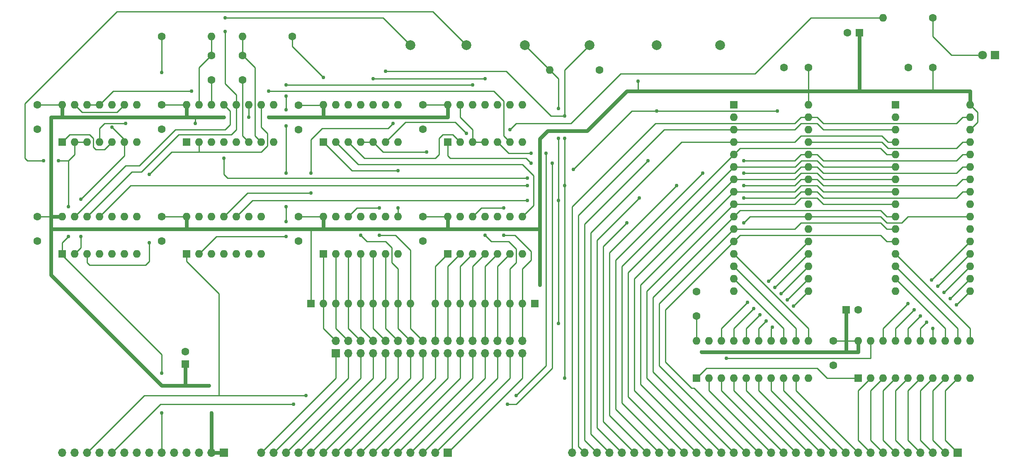
<source format=gtl>
G04 #@! TF.GenerationSoftware,KiCad,Pcbnew,(7.0.0)*
G04 #@! TF.CreationDate,2023-09-24T17:50:24-07:00*
G04 #@! TF.ProjectId,ram,72616d2e-6b69-4636-9164-5f7063625858,rev?*
G04 #@! TF.SameCoordinates,Original*
G04 #@! TF.FileFunction,Copper,L1,Top*
G04 #@! TF.FilePolarity,Positive*
%FSLAX46Y46*%
G04 Gerber Fmt 4.6, Leading zero omitted, Abs format (unit mm)*
G04 Created by KiCad (PCBNEW (7.0.0)) date 2023-09-24 17:50:24*
%MOMM*%
%LPD*%
G01*
G04 APERTURE LIST*
G04 #@! TA.AperFunction,ComponentPad*
%ADD10R,1.600000X1.600000*%
G04 #@! TD*
G04 #@! TA.AperFunction,ComponentPad*
%ADD11O,1.600000X1.600000*%
G04 #@! TD*
G04 #@! TA.AperFunction,ComponentPad*
%ADD12C,1.600000*%
G04 #@! TD*
G04 #@! TA.AperFunction,ComponentPad*
%ADD13R,1.700000X1.700000*%
G04 #@! TD*
G04 #@! TA.AperFunction,ComponentPad*
%ADD14O,1.700000X1.700000*%
G04 #@! TD*
G04 #@! TA.AperFunction,ComponentPad*
%ADD15C,2.000000*%
G04 #@! TD*
G04 #@! TA.AperFunction,ComponentPad*
%ADD16R,1.800000X1.800000*%
G04 #@! TD*
G04 #@! TA.AperFunction,ComponentPad*
%ADD17C,1.800000*%
G04 #@! TD*
G04 #@! TA.AperFunction,ViaPad*
%ADD18C,0.762000*%
G04 #@! TD*
G04 #@! TA.AperFunction,Conductor*
%ADD19C,0.762000*%
G04 #@! TD*
G04 #@! TA.AperFunction,Conductor*
%ADD20C,0.254000*%
G04 #@! TD*
G04 APERTURE END LIST*
D10*
X114299999Y-104139999D03*
D11*
X116839999Y-104139999D03*
X119379999Y-104139999D03*
X121919999Y-104139999D03*
X124459999Y-104139999D03*
X126999999Y-104139999D03*
X129539999Y-104139999D03*
X129539999Y-96519999D03*
X126999999Y-96519999D03*
X124459999Y-96519999D03*
X121919999Y-96519999D03*
X119379999Y-96519999D03*
X116839999Y-96519999D03*
X114299999Y-96519999D03*
D12*
X134620000Y-73660000D03*
X134620000Y-78660000D03*
X208360000Y-66040000D03*
X213360000Y-66040000D03*
X55880000Y-96520000D03*
X55880000Y-101520000D03*
D13*
X139699999Y-144779999D03*
D14*
X137159999Y-144779999D03*
X134619999Y-144779999D03*
X132079999Y-144779999D03*
X129539999Y-144779999D03*
X126999999Y-144779999D03*
X124459999Y-144779999D03*
X121919999Y-144779999D03*
X119379999Y-144779999D03*
X116839999Y-144779999D03*
X114299999Y-144779999D03*
X111759999Y-144779999D03*
X109219999Y-144779999D03*
X106679999Y-144779999D03*
X104139999Y-144779999D03*
X101599999Y-144779999D03*
D10*
X221019999Y-115569999D03*
D12*
X223520000Y-115570000D03*
X170688000Y-66548000D03*
D11*
X160527999Y-66547999D03*
D13*
X93979999Y-144779999D03*
D14*
X91439999Y-144779999D03*
X88899999Y-144779999D03*
X86359999Y-144779999D03*
X83819999Y-144779999D03*
X81279999Y-144779999D03*
X78739999Y-144779999D03*
X76199999Y-144779999D03*
X73659999Y-144779999D03*
X71119999Y-144779999D03*
X68579999Y-144779999D03*
X66039999Y-144779999D03*
X63499999Y-144779999D03*
X60959999Y-144779999D03*
D15*
X143510000Y-61468000D03*
D12*
X109220000Y-96520000D03*
X109220000Y-101520000D03*
D10*
X139699999Y-104139999D03*
D11*
X142239999Y-104139999D03*
X144779999Y-104139999D03*
X147319999Y-104139999D03*
X149859999Y-104139999D03*
X152399999Y-104139999D03*
X154939999Y-104139999D03*
X154939999Y-96519999D03*
X152399999Y-96519999D03*
X149859999Y-96519999D03*
X147319999Y-96519999D03*
X144779999Y-96519999D03*
X142239999Y-96519999D03*
X139699999Y-96519999D03*
D12*
X218440000Y-121920000D03*
X218440000Y-126920000D03*
D10*
X223519999Y-129539999D03*
D11*
X226059999Y-129539999D03*
X228599999Y-129539999D03*
X231139999Y-129539999D03*
X233679999Y-129539999D03*
X236219999Y-129539999D03*
X238759999Y-129539999D03*
X241299999Y-129539999D03*
X243839999Y-129539999D03*
X246379999Y-129539999D03*
X246379999Y-121919999D03*
X243839999Y-121919999D03*
X241299999Y-121919999D03*
X238759999Y-121919999D03*
X236219999Y-121919999D03*
X233679999Y-121919999D03*
X231139999Y-121919999D03*
X228599999Y-121919999D03*
X226059999Y-121919999D03*
X223519999Y-121919999D03*
D15*
X182372000Y-61468000D03*
D12*
X190500000Y-116840000D03*
X190500000Y-111840000D03*
D15*
X155448000Y-61468000D03*
D10*
X198119999Y-73659999D03*
D11*
X198119999Y-76199999D03*
X198119999Y-78739999D03*
X198119999Y-81279999D03*
X198119999Y-83819999D03*
X198119999Y-86359999D03*
X198119999Y-88899999D03*
X198119999Y-91439999D03*
X198119999Y-93979999D03*
X198119999Y-96519999D03*
X198119999Y-99059999D03*
X198119999Y-101599999D03*
X198119999Y-104139999D03*
X198119999Y-106679999D03*
X198119999Y-109219999D03*
X198119999Y-111759999D03*
X213359999Y-111759999D03*
X213359999Y-109219999D03*
X213359999Y-106679999D03*
X213359999Y-104139999D03*
X213359999Y-101599999D03*
X213359999Y-99059999D03*
X213359999Y-96519999D03*
X213359999Y-93979999D03*
X213359999Y-91439999D03*
X213359999Y-88899999D03*
X213359999Y-86359999D03*
X213359999Y-83819999D03*
X213359999Y-81279999D03*
X213359999Y-78739999D03*
X213359999Y-76199999D03*
X213359999Y-73659999D03*
D12*
X97790000Y-68580000D03*
X97790000Y-63580000D03*
D15*
X168656000Y-61468000D03*
D12*
X81280000Y-59690000D03*
D11*
X91439999Y-59689999D03*
D15*
X195326000Y-61468000D03*
D12*
X81280000Y-96520000D03*
X81280000Y-101520000D03*
X238760000Y-55880000D03*
D11*
X228599999Y-55879999D03*
D10*
X86359999Y-81279999D03*
D11*
X88899999Y-81279999D03*
X91439999Y-81279999D03*
X93979999Y-81279999D03*
X96519999Y-81279999D03*
X99059999Y-81279999D03*
X101599999Y-81279999D03*
X104139999Y-81279999D03*
X104139999Y-73659999D03*
X101599999Y-73659999D03*
X99059999Y-73659999D03*
X96519999Y-73659999D03*
X93979999Y-73659999D03*
X91439999Y-73659999D03*
X88899999Y-73659999D03*
X86359999Y-73659999D03*
D12*
X109220000Y-73740000D03*
X109220000Y-78740000D03*
D10*
X86105999Y-126658378D03*
D12*
X86106000Y-124158379D03*
D10*
X190499999Y-129539999D03*
D11*
X193039999Y-129539999D03*
X195579999Y-129539999D03*
X198119999Y-129539999D03*
X200659999Y-129539999D03*
X203199999Y-129539999D03*
X205739999Y-129539999D03*
X208279999Y-129539999D03*
X210819999Y-129539999D03*
X213359999Y-129539999D03*
X213359999Y-121919999D03*
X210819999Y-121919999D03*
X208279999Y-121919999D03*
X205739999Y-121919999D03*
X203199999Y-121919999D03*
X200659999Y-121919999D03*
X198119999Y-121919999D03*
X195579999Y-121919999D03*
X193039999Y-121919999D03*
X190499999Y-121919999D03*
D12*
X134620000Y-96520000D03*
X134620000Y-101520000D03*
D10*
X86359999Y-104139999D03*
D11*
X88899999Y-104139999D03*
X91439999Y-104139999D03*
X93979999Y-104139999D03*
X96519999Y-104139999D03*
X99059999Y-104139999D03*
X101599999Y-104139999D03*
X101599999Y-96519999D03*
X99059999Y-96519999D03*
X96519999Y-96519999D03*
X93979999Y-96519999D03*
X91439999Y-96519999D03*
X88899999Y-96519999D03*
X86359999Y-96519999D03*
D10*
X60959999Y-104139999D03*
D11*
X63499999Y-104139999D03*
X66039999Y-104139999D03*
X68579999Y-104139999D03*
X71119999Y-104139999D03*
X73659999Y-104139999D03*
X76199999Y-104139999D03*
X76199999Y-96519999D03*
X73659999Y-96519999D03*
X71119999Y-96519999D03*
X68579999Y-96519999D03*
X66039999Y-96519999D03*
X63499999Y-96519999D03*
X60959999Y-96519999D03*
D12*
X81280000Y-78660000D03*
X81280000Y-73660000D03*
D10*
X231139999Y-73659999D03*
D11*
X231139999Y-76199999D03*
X231139999Y-78739999D03*
X231139999Y-81279999D03*
X231139999Y-83819999D03*
X231139999Y-86359999D03*
X231139999Y-88899999D03*
X231139999Y-91439999D03*
X231139999Y-93979999D03*
X231139999Y-96519999D03*
X231139999Y-99059999D03*
X231139999Y-101599999D03*
X231139999Y-104139999D03*
X231139999Y-106679999D03*
X231139999Y-109219999D03*
X231139999Y-111759999D03*
X246379999Y-111759999D03*
X246379999Y-109219999D03*
X246379999Y-106679999D03*
X246379999Y-104139999D03*
X246379999Y-101599999D03*
X246379999Y-99059999D03*
X246379999Y-96519999D03*
X246379999Y-93979999D03*
X246379999Y-91439999D03*
X246379999Y-88899999D03*
X246379999Y-86359999D03*
X246379999Y-83819999D03*
X246379999Y-81279999D03*
X246379999Y-78739999D03*
X246379999Y-76199999D03*
X246379999Y-73659999D03*
D12*
X233760000Y-66040000D03*
X238760000Y-66040000D03*
D10*
X139694999Y-81279999D03*
D11*
X142234999Y-81279999D03*
X144774999Y-81279999D03*
X147314999Y-81279999D03*
X149854999Y-81279999D03*
X152394999Y-81279999D03*
X154934999Y-81279999D03*
X154934999Y-73659999D03*
X152394999Y-73659999D03*
X149854999Y-73659999D03*
X147314999Y-73659999D03*
X144774999Y-73659999D03*
X142234999Y-73659999D03*
X139694999Y-73659999D03*
D10*
X114299999Y-81279999D03*
D11*
X116839999Y-81279999D03*
X119379999Y-81279999D03*
X121919999Y-81279999D03*
X124459999Y-81279999D03*
X126999999Y-81279999D03*
X129539999Y-81279999D03*
X129539999Y-73659999D03*
X126999999Y-73659999D03*
X124459999Y-73659999D03*
X121919999Y-73659999D03*
X119379999Y-73659999D03*
X116839999Y-73659999D03*
X114299999Y-73659999D03*
D10*
X157479999Y-114299999D03*
D11*
X154939999Y-114299999D03*
X152399999Y-114299999D03*
X149859999Y-114299999D03*
X147319999Y-114299999D03*
X144779999Y-114299999D03*
X142239999Y-114299999D03*
X139699999Y-114299999D03*
X137159999Y-114299999D03*
D12*
X55880000Y-78660000D03*
X55880000Y-73660000D03*
D10*
X223773999Y-58927999D03*
D12*
X221274000Y-58928000D03*
X91440000Y-68580000D03*
X91440000Y-63580000D03*
D16*
X251459999Y-63499999D03*
D17*
X248920000Y-63500000D03*
D13*
X243839999Y-144779999D03*
D14*
X241299999Y-144779999D03*
X238759999Y-144779999D03*
X236219999Y-144779999D03*
X233679999Y-144779999D03*
X231139999Y-144779999D03*
X228599999Y-144779999D03*
X226059999Y-144779999D03*
X223519999Y-144779999D03*
X220979999Y-144779999D03*
X218439999Y-144779999D03*
X215899999Y-144779999D03*
X213359999Y-144779999D03*
X210819999Y-144779999D03*
X208279999Y-144779999D03*
X205739999Y-144779999D03*
X203199999Y-144779999D03*
X200659999Y-144779999D03*
X198119999Y-144779999D03*
X195579999Y-144779999D03*
X193039999Y-144779999D03*
X190499999Y-144779999D03*
X187959999Y-144779999D03*
X185419999Y-144779999D03*
X182879999Y-144779999D03*
X180339999Y-144779999D03*
X177799999Y-144779999D03*
X175259999Y-144779999D03*
X172719999Y-144779999D03*
X170179999Y-144779999D03*
X167639999Y-144779999D03*
X165099999Y-144779999D03*
D10*
X111759999Y-114299999D03*
D11*
X114299999Y-114299999D03*
X116839999Y-114299999D03*
X119379999Y-114299999D03*
X121919999Y-114299999D03*
X124459999Y-114299999D03*
X126999999Y-114299999D03*
X129539999Y-114299999D03*
X132079999Y-114299999D03*
D15*
X132080000Y-61468000D03*
D10*
X60959999Y-81279999D03*
D11*
X63499999Y-81279999D03*
X66039999Y-81279999D03*
X68579999Y-81279999D03*
X71119999Y-81279999D03*
X73659999Y-81279999D03*
X76199999Y-81279999D03*
X76199999Y-73659999D03*
X73659999Y-73659999D03*
X71119999Y-73659999D03*
X68579999Y-73659999D03*
X66039999Y-73659999D03*
X63499999Y-73659999D03*
X60959999Y-73659999D03*
D13*
X116839999Y-124459999D03*
D14*
X116839999Y-121919999D03*
X119379999Y-124459999D03*
X119379999Y-121919999D03*
X121919999Y-124459999D03*
X121919999Y-121919999D03*
X124459999Y-124459999D03*
X124459999Y-121919999D03*
X126999999Y-124459999D03*
X126999999Y-121919999D03*
X129539999Y-124459999D03*
X129539999Y-121919999D03*
X132079999Y-124459999D03*
X132079999Y-121919999D03*
X134619999Y-124459999D03*
X134619999Y-121919999D03*
X137159999Y-124459999D03*
X137159999Y-121919999D03*
X139699999Y-124459999D03*
X139699999Y-121919999D03*
X142239999Y-124459999D03*
X142239999Y-121919999D03*
X144779999Y-124459999D03*
X144779999Y-121919999D03*
X147319999Y-124459999D03*
X147319999Y-121919999D03*
X149859999Y-124459999D03*
X149859999Y-121919999D03*
X152399999Y-124459999D03*
X152399999Y-121919999D03*
X154939999Y-124459999D03*
X154939999Y-121919999D03*
D12*
X107950000Y-59690000D03*
D11*
X97789999Y-59689999D03*
D18*
X158496000Y-108966000D03*
X158496000Y-110490000D03*
X104394000Y-76200000D03*
X89662000Y-131064000D03*
X93980000Y-76200000D03*
X92456000Y-76200000D03*
X90932000Y-131064000D03*
X114300000Y-68072000D03*
X193040000Y-124206000D03*
X81280000Y-67056000D03*
X91440000Y-136652000D03*
X178562000Y-68834000D03*
X191516000Y-124206000D03*
X99060000Y-76200000D03*
X91440000Y-137922000D03*
X103124000Y-76200000D03*
X88138000Y-77470000D03*
X191770000Y-87630000D03*
X200152000Y-87630000D03*
X186436000Y-90170000D03*
X200152000Y-90170000D03*
X200152000Y-97790000D03*
X176276000Y-97790000D03*
X200152000Y-92710000D03*
X178816000Y-92710000D03*
X180594000Y-85090000D03*
X200152000Y-85090000D03*
X57150000Y-85090000D03*
X81280000Y-136652000D03*
X60198000Y-85090000D03*
X62230000Y-100584000D03*
X81280000Y-128524000D03*
X62230000Y-94488000D03*
X73914000Y-77470000D03*
X64770000Y-92964000D03*
X64770000Y-100584000D03*
X71120000Y-78232000D03*
X87376000Y-70866000D03*
X103124000Y-70866000D03*
X78740000Y-87884000D03*
X78740000Y-101854000D03*
X155956000Y-90170000D03*
X127000000Y-66802000D03*
X163576000Y-80518000D03*
X163576000Y-129540000D03*
X163576000Y-90170000D03*
X163576000Y-75946000D03*
X111760000Y-91694000D03*
X128524000Y-77470000D03*
X111760000Y-87630000D03*
X155956000Y-93218000D03*
X196596000Y-125476000D03*
X162306000Y-93218000D03*
X162306000Y-118364000D03*
X162306000Y-74422000D03*
X162306000Y-80518000D03*
X94234000Y-55880000D03*
X94234000Y-58674000D03*
X182372000Y-74930000D03*
X165354000Y-86868000D03*
X93980000Y-84582000D03*
X155956000Y-88646000D03*
X207010000Y-74930000D03*
X108204000Y-134874000D03*
X151892000Y-134874000D03*
X156718000Y-85598000D03*
X161036000Y-85598000D03*
X124460000Y-68326000D03*
X147315000Y-68326000D03*
X243586000Y-114554000D03*
X238760000Y-119380000D03*
X237490000Y-118110000D03*
X242316000Y-113284000D03*
X241046000Y-112014000D03*
X236220000Y-116840000D03*
X234950000Y-115570000D03*
X239776000Y-110744000D03*
X233680000Y-114300000D03*
X238506000Y-109474000D03*
X205994000Y-119126000D03*
X210312000Y-114808000D03*
X204724000Y-117856000D03*
X209042000Y-113538000D03*
X203454000Y-116586000D03*
X207772000Y-112268000D03*
X206502000Y-110998000D03*
X202184000Y-115316000D03*
X205232000Y-109728000D03*
X200914000Y-114046000D03*
X129540000Y-87122000D03*
X129540000Y-94742000D03*
X153670000Y-133096000D03*
X159766000Y-83566000D03*
X156718000Y-83566000D03*
X110744000Y-133096000D03*
X106680000Y-69596000D03*
X106680000Y-74676000D03*
X106680000Y-77978000D03*
X106680000Y-94488000D03*
X106680000Y-97536000D03*
X106680000Y-71882000D03*
X106680000Y-100584000D03*
X106680000Y-87630000D03*
X144780000Y-69596000D03*
X121920000Y-100330000D03*
X125730000Y-94742000D03*
X125730000Y-100330000D03*
X147320000Y-100330000D03*
X151130000Y-94742000D03*
X151130000Y-100330000D03*
X152400000Y-78740000D03*
X143510000Y-79502000D03*
X135382000Y-83312000D03*
D19*
X139700000Y-99060000D02*
X139700000Y-96520000D01*
X86106000Y-131064000D02*
X86106000Y-126658379D01*
X223774000Y-70866000D02*
X223774000Y-58928000D01*
D20*
X81280000Y-96520000D02*
X86360000Y-96520000D01*
X111760000Y-114300000D02*
X111760000Y-99314000D01*
D19*
X86360000Y-99060000D02*
X86360000Y-96520000D01*
X81280000Y-131064000D02*
X58674000Y-108458000D01*
X158496000Y-108966000D02*
X158496000Y-110490000D01*
D20*
X114300000Y-68072000D02*
X107950000Y-61722000D01*
X88138000Y-77470000D02*
X88138000Y-76200000D01*
D19*
X103124000Y-76200000D02*
X104394000Y-76200000D01*
X93980000Y-144780000D02*
X91440000Y-144780000D01*
X90932000Y-131064000D02*
X86106000Y-131064000D01*
X158242000Y-99060000D02*
X158496000Y-98806000D01*
X158496000Y-100076000D02*
X158496000Y-98044000D01*
X114300000Y-76200000D02*
X139700000Y-76200000D01*
X175768000Y-71374000D02*
X176276000Y-70866000D01*
D20*
X55880000Y-96520000D02*
X58674000Y-96520000D01*
D19*
X114300000Y-76200000D02*
X114300000Y-73660000D01*
D20*
X247904000Y-75184000D02*
X246380000Y-73660000D01*
D19*
X58674000Y-96520000D02*
X58674000Y-76200000D01*
X158496000Y-110490000D02*
X158496000Y-100076000D01*
D20*
X213360000Y-70866000D02*
X213360000Y-73660000D01*
X107950000Y-61722000D02*
X107950000Y-59690000D01*
X109220000Y-73740000D02*
X114220000Y-73740000D01*
D19*
X91440000Y-137922000D02*
X91440000Y-136652000D01*
X60960000Y-96520000D02*
X58674000Y-96520000D01*
X58674000Y-108458000D02*
X58674000Y-96520000D01*
D20*
X81280000Y-73660000D02*
X86360000Y-73660000D01*
D19*
X158496000Y-98806000D02*
X158496000Y-98044000D01*
X158496000Y-80564132D02*
X160066132Y-78994000D01*
X58674000Y-99060000D02*
X86360000Y-99060000D01*
X104394000Y-76200000D02*
X114300000Y-76200000D01*
X139695000Y-76195000D02*
X139695000Y-73660000D01*
X58674000Y-76200000D02*
X61468000Y-76200000D01*
D20*
X238760000Y-66040000D02*
X238760000Y-70866000D01*
D19*
X176276000Y-70866000D02*
X178562000Y-70866000D01*
D20*
X81280000Y-67056000D02*
X81280000Y-59690000D01*
X111760000Y-99314000D02*
X112014000Y-99060000D01*
D19*
X86360000Y-73660000D02*
X86360000Y-76200000D01*
X114300000Y-99060000D02*
X139700000Y-99060000D01*
X160066132Y-78994000D02*
X168148000Y-78994000D01*
X60960000Y-76200000D02*
X60960000Y-73660000D01*
X191516000Y-124206000D02*
X223520000Y-124206000D01*
X92456000Y-76200000D02*
X93980000Y-76200000D01*
X91440000Y-144780000D02*
X91440000Y-137922000D01*
X60960000Y-76200000D02*
X61468000Y-76200000D01*
D20*
X218440000Y-121920000D02*
X223520000Y-121920000D01*
D19*
X246380000Y-70866000D02*
X246380000Y-73660000D01*
X178562000Y-70866000D02*
X213360000Y-70866000D01*
D20*
X247904000Y-77216000D02*
X247904000Y-75184000D01*
D19*
X213360000Y-70866000D02*
X246380000Y-70866000D01*
X112014000Y-99060000D02*
X114300000Y-99060000D01*
X61468000Y-76200000D02*
X86360000Y-76200000D01*
X88138000Y-76200000D02*
X92456000Y-76200000D01*
X86106000Y-131064000D02*
X81280000Y-131064000D01*
X223520000Y-124206000D02*
X223520000Y-121920000D01*
X86360000Y-99060000D02*
X112014000Y-99060000D01*
X221020000Y-124166000D02*
X221020000Y-115570000D01*
X139700000Y-76200000D02*
X139695000Y-76195000D01*
D20*
X134620000Y-96520000D02*
X139700000Y-96520000D01*
D19*
X86360000Y-76200000D02*
X88138000Y-76200000D01*
X168148000Y-78994000D02*
X175768000Y-71374000D01*
D20*
X246380000Y-78740000D02*
X247904000Y-77216000D01*
D19*
X114300000Y-99060000D02*
X114300000Y-96520000D01*
X158496000Y-99314000D02*
X158242000Y-99060000D01*
D20*
X109220000Y-96520000D02*
X114300000Y-96520000D01*
D19*
X158496000Y-98044000D02*
X158496000Y-80564132D01*
D20*
X213360000Y-66040000D02*
X213360000Y-70866000D01*
D19*
X158242000Y-99060000D02*
X139700000Y-99060000D01*
D20*
X99060000Y-73660000D02*
X99060000Y-76200000D01*
X55880000Y-73660000D02*
X60960000Y-73660000D01*
X114220000Y-73740000D02*
X114300000Y-73660000D01*
X190500000Y-116840000D02*
X190500000Y-121920000D01*
X178562000Y-68834000D02*
X178562000Y-70866000D01*
X134620000Y-73660000D02*
X139695000Y-73660000D01*
D19*
X158496000Y-100076000D02*
X158496000Y-99314000D01*
D20*
X97790000Y-80010000D02*
X99060000Y-81280000D01*
X97790000Y-68580000D02*
X97790000Y-80010000D01*
X91440000Y-68580000D02*
X91440000Y-73660000D01*
X243840000Y-129540000D02*
X241300000Y-132080000D01*
X241300000Y-142240000D02*
X243840000Y-144780000D01*
X241300000Y-132080000D02*
X241300000Y-142240000D01*
X241300000Y-129540000D02*
X238760000Y-132080000D01*
X238760000Y-142240000D02*
X241300000Y-144780000D01*
X238760000Y-132080000D02*
X238760000Y-142240000D01*
X236220000Y-142240000D02*
X238760000Y-144780000D01*
X236220000Y-132080000D02*
X236220000Y-142240000D01*
X238760000Y-129540000D02*
X236220000Y-132080000D01*
X236220000Y-129540000D02*
X233680000Y-132080000D01*
X233680000Y-132080000D02*
X233680000Y-142240000D01*
X233680000Y-142240000D02*
X236220000Y-144780000D01*
X233680000Y-129540000D02*
X231140000Y-132080000D01*
X231140000Y-132080000D02*
X231140000Y-142240000D01*
X231140000Y-142240000D02*
X233680000Y-144780000D01*
X228600000Y-132080000D02*
X228600000Y-142240000D01*
X231140000Y-129540000D02*
X228600000Y-132080000D01*
X228600000Y-142240000D02*
X231140000Y-144780000D01*
X228600000Y-144780000D02*
X226060000Y-142240000D01*
X228600000Y-129540000D02*
X226060000Y-132080000D01*
X226060000Y-132080000D02*
X226060000Y-142240000D01*
X226060000Y-129540000D02*
X223520000Y-132080000D01*
X223520000Y-132080000D02*
X223520000Y-142240000D01*
X223520000Y-142240000D02*
X226060000Y-144780000D01*
X210820000Y-132080000D02*
X210820000Y-129540000D01*
X223520000Y-144780000D02*
X210820000Y-132080000D01*
X208280000Y-132080000D02*
X220980000Y-144780000D01*
X208280000Y-129540000D02*
X208280000Y-132080000D01*
X205740000Y-129540000D02*
X205740000Y-132080000D01*
X205740000Y-132080000D02*
X218440000Y-144780000D01*
X215900000Y-144780000D02*
X203200000Y-132080000D01*
X203200000Y-132080000D02*
X203200000Y-129540000D01*
X200660000Y-129540000D02*
X200660000Y-132080000D01*
X200660000Y-132080000D02*
X213360000Y-144780000D01*
X198120000Y-132080000D02*
X198120000Y-129540000D01*
X210820000Y-144780000D02*
X198120000Y-132080000D01*
X195580000Y-132080000D02*
X208280000Y-144780000D01*
X195580000Y-129540000D02*
X195580000Y-132080000D01*
X205740000Y-144780000D02*
X193040000Y-132080000D01*
X193040000Y-132080000D02*
X193040000Y-129540000D01*
X199390000Y-100330000D02*
X228092000Y-100330000D01*
X184150000Y-115570000D02*
X198120000Y-101600000D01*
X184150000Y-126238000D02*
X184150000Y-115570000D01*
X203200000Y-144780000D02*
X189992000Y-131572000D01*
X198120000Y-101600000D02*
X199390000Y-100330000D01*
X229362000Y-101600000D02*
X231140000Y-101600000D01*
X189484000Y-131572000D02*
X184150000Y-126238000D01*
X228092000Y-100330000D02*
X229362000Y-101600000D01*
X189992000Y-131572000D02*
X189484000Y-131572000D01*
X229362000Y-99060000D02*
X231140000Y-99060000D01*
X228092000Y-97790000D02*
X229362000Y-99060000D01*
X200660000Y-144780000D02*
X182880000Y-127000000D01*
X182880000Y-127000000D02*
X182880000Y-114300000D01*
X182880000Y-114300000D02*
X198120000Y-99060000D01*
X211836000Y-97790000D02*
X228092000Y-97790000D01*
X210566000Y-99060000D02*
X211836000Y-97790000D01*
X198120000Y-99060000D02*
X210566000Y-99060000D01*
X199390000Y-95250000D02*
X228092000Y-95250000D01*
X229362000Y-96520000D02*
X231140000Y-96520000D01*
X181610000Y-113030000D02*
X198120000Y-96520000D01*
X198120000Y-96520000D02*
X199390000Y-95250000D01*
X181610000Y-128270000D02*
X181610000Y-113030000D01*
X228092000Y-95250000D02*
X229362000Y-96520000D01*
X198120000Y-144780000D02*
X181610000Y-128270000D01*
X180340000Y-129540000D02*
X180340000Y-111760000D01*
X210566000Y-93980000D02*
X211836000Y-92710000D01*
X198120000Y-93980000D02*
X210566000Y-93980000D01*
X195580000Y-144780000D02*
X180340000Y-129540000D01*
X216408000Y-93980000D02*
X231140000Y-93980000D01*
X211836000Y-92710000D02*
X215138000Y-92710000D01*
X215138000Y-92710000D02*
X216408000Y-93980000D01*
X180340000Y-111760000D02*
X198120000Y-93980000D01*
X216408000Y-91440000D02*
X231140000Y-91440000D01*
X193040000Y-144780000D02*
X179070000Y-130810000D01*
X198120000Y-91440000D02*
X210566000Y-91440000D01*
X179070000Y-130810000D02*
X179070000Y-110490000D01*
X215138000Y-90170000D02*
X216408000Y-91440000D01*
X211836000Y-90170000D02*
X215138000Y-90170000D01*
X179070000Y-110490000D02*
X198120000Y-91440000D01*
X210566000Y-91440000D02*
X211836000Y-90170000D01*
X177800000Y-109220000D02*
X198120000Y-88900000D01*
X211836000Y-87630000D02*
X215138000Y-87630000D01*
X215138000Y-87630000D02*
X216408000Y-88900000D01*
X210566000Y-88900000D02*
X211836000Y-87630000D01*
X198120000Y-88900000D02*
X210566000Y-88900000D01*
X177800000Y-132080000D02*
X177800000Y-109220000D01*
X231140000Y-88900000D02*
X216408000Y-88900000D01*
X190500000Y-144780000D02*
X177800000Y-132080000D01*
X211889907Y-85090000D02*
X215138000Y-85090000D01*
X198120000Y-86360000D02*
X210619907Y-86360000D01*
X176530000Y-133350000D02*
X176530000Y-107950000D01*
X216408000Y-86360000D02*
X231140000Y-86360000D01*
X215138000Y-85090000D02*
X216408000Y-86360000D01*
X187960000Y-144780000D02*
X176530000Y-133350000D01*
X176530000Y-107950000D02*
X198120000Y-86360000D01*
X210619907Y-86360000D02*
X211889907Y-85090000D01*
X229362000Y-83820000D02*
X231140000Y-83820000D01*
X228092000Y-82550000D02*
X229362000Y-83820000D01*
X185420000Y-144780000D02*
X175260000Y-134620000D01*
X175260000Y-106680000D02*
X198120000Y-83820000D01*
X175260000Y-134620000D02*
X175260000Y-106680000D01*
X199390000Y-82550000D02*
X228092000Y-82550000D01*
X198120000Y-83820000D02*
X199390000Y-82550000D01*
X211836000Y-86360000D02*
X213360000Y-86360000D01*
X213360000Y-86360000D02*
X215138000Y-86360000D01*
X173990000Y-105410000D02*
X173990000Y-135890000D01*
X215138000Y-86360000D02*
X216408000Y-87630000D01*
X244856000Y-86360000D02*
X246380000Y-86360000D01*
X216408000Y-87630000D02*
X243586000Y-87630000D01*
X210566000Y-87630000D02*
X211836000Y-86360000D01*
X191770000Y-87630000D02*
X173990000Y-105410000D01*
X173990000Y-135890000D02*
X182880000Y-144780000D01*
X200152000Y-87630000D02*
X210566000Y-87630000D01*
X243586000Y-87630000D02*
X244856000Y-86360000D01*
X244856000Y-88900000D02*
X246380000Y-88900000D01*
X213360000Y-88900000D02*
X215138000Y-88900000D01*
X172720000Y-137160000D02*
X180340000Y-144780000D01*
X211836000Y-88900000D02*
X213360000Y-88900000D01*
X186436000Y-90170000D02*
X172720000Y-103886000D01*
X172720000Y-103886000D02*
X172720000Y-137160000D01*
X216408000Y-90170000D02*
X243586000Y-90170000D01*
X200152000Y-90170000D02*
X210566000Y-90170000D01*
X243586000Y-90170000D02*
X244856000Y-88900000D01*
X210566000Y-90170000D02*
X211836000Y-88900000D01*
X215138000Y-88900000D02*
X216408000Y-90170000D01*
X233680000Y-96520000D02*
X232410000Y-97790000D01*
X232410000Y-97790000D02*
X229362000Y-97790000D01*
X228092000Y-96520000D02*
X213360000Y-96520000D01*
X200152000Y-97790000D02*
X201422000Y-96520000D01*
X229362000Y-97790000D02*
X228092000Y-96520000D01*
X201422000Y-96520000D02*
X213360000Y-96520000D01*
X176276000Y-97790000D02*
X171450000Y-102616000D01*
X171450000Y-138430000D02*
X177800000Y-144780000D01*
X246380000Y-96520000D02*
X233680000Y-96520000D01*
X171450000Y-102616000D02*
X171450000Y-138430000D01*
X243586000Y-92710000D02*
X244856000Y-91440000D01*
X170180000Y-139700000D02*
X175260000Y-144780000D01*
X244856000Y-91440000D02*
X246380000Y-91440000D01*
X210566000Y-92710000D02*
X211836000Y-91440000D01*
X170180000Y-101346000D02*
X170180000Y-139700000D01*
X213360000Y-91440000D02*
X215138000Y-91440000D01*
X178816000Y-92710000D02*
X170180000Y-101346000D01*
X200152000Y-92710000D02*
X210566000Y-92710000D01*
X211836000Y-91440000D02*
X213360000Y-91440000D01*
X216408000Y-92710000D02*
X243586000Y-92710000D01*
X215138000Y-91440000D02*
X216408000Y-92710000D01*
X187452000Y-81280000D02*
X210566000Y-81280000D01*
X211836000Y-80010000D02*
X228346000Y-80010000D01*
X168910000Y-140970000D02*
X168910000Y-99822000D01*
X228346000Y-80010000D02*
X229616000Y-81280000D01*
X210566000Y-81280000D02*
X211836000Y-80010000D01*
X168910000Y-99822000D02*
X187452000Y-81280000D01*
X172720000Y-144780000D02*
X168910000Y-140970000D01*
X229616000Y-81280000D02*
X231140000Y-81280000D01*
X213360000Y-83820000D02*
X215138000Y-83820000D01*
X200152000Y-85090000D02*
X210566000Y-85090000D01*
X167640000Y-142240000D02*
X170180000Y-144780000D01*
X167640000Y-98044000D02*
X167640000Y-142240000D01*
X210566000Y-85090000D02*
X211836000Y-83820000D01*
X211836000Y-83820000D02*
X213360000Y-83820000D01*
X215138000Y-83820000D02*
X216408000Y-85090000D01*
X243586000Y-85090000D02*
X244856000Y-83820000D01*
X180594000Y-85090000D02*
X167640000Y-98044000D01*
X244856000Y-83820000D02*
X246380000Y-83820000D01*
X216408000Y-85090000D02*
X243586000Y-85090000D01*
X183896000Y-78740000D02*
X198120000Y-78740000D01*
X211836000Y-77470000D02*
X215138000Y-77470000D01*
X166370000Y-143510000D02*
X166370000Y-96266000D01*
X216408000Y-78740000D02*
X231140000Y-78740000D01*
X198120000Y-78740000D02*
X210566000Y-78740000D01*
X215138000Y-77470000D02*
X216408000Y-78740000D01*
X167640000Y-144780000D02*
X166370000Y-143510000D01*
X210566000Y-78740000D02*
X211836000Y-77470000D01*
X166370000Y-96266000D02*
X183896000Y-78740000D01*
X211836000Y-76200000D02*
X213360000Y-76200000D01*
X213360000Y-76200000D02*
X215138000Y-76200000D01*
X216408000Y-77470000D02*
X243586000Y-77470000D01*
X244856000Y-76200000D02*
X246380000Y-76200000D01*
X165100000Y-94488000D02*
X182118000Y-77470000D01*
X210566000Y-77470000D02*
X211836000Y-76200000D01*
X182118000Y-77470000D02*
X210566000Y-77470000D01*
X215138000Y-76200000D02*
X216408000Y-77470000D01*
X243586000Y-77470000D02*
X244856000Y-76200000D01*
X165100000Y-144780000D02*
X165100000Y-94488000D01*
X91360000Y-63580000D02*
X91440000Y-63580000D01*
X88900000Y-66040000D02*
X91360000Y-63580000D01*
X88900000Y-73660000D02*
X88900000Y-66040000D01*
X91440000Y-63580000D02*
X91440000Y-59690000D01*
X100330000Y-66040000D02*
X100330000Y-80010000D01*
X97790000Y-63580000D02*
X97790000Y-59690000D01*
X97870000Y-63580000D02*
X100330000Y-66040000D01*
X97790000Y-63580000D02*
X97870000Y-63580000D01*
X100330000Y-80010000D02*
X101600000Y-81280000D01*
X154940000Y-124460000D02*
X154940000Y-129540000D01*
X154940000Y-129540000D02*
X139700000Y-144780000D01*
X137160000Y-144780000D02*
X152400000Y-129540000D01*
X152400000Y-129540000D02*
X152400000Y-124460000D01*
X149860000Y-124460000D02*
X149860000Y-129540000D01*
X149860000Y-129540000D02*
X134620000Y-144780000D01*
X147320000Y-129540000D02*
X147320000Y-124460000D01*
X132080000Y-144780000D02*
X147320000Y-129540000D01*
X144780000Y-124460000D02*
X144780000Y-129540000D01*
X144780000Y-129540000D02*
X129540000Y-144780000D01*
X127000000Y-144780000D02*
X142240000Y-129540000D01*
X142240000Y-129540000D02*
X142240000Y-124460000D01*
X139700000Y-129540000D02*
X124460000Y-144780000D01*
X139700000Y-124460000D02*
X139700000Y-129540000D01*
X121920000Y-144780000D02*
X137160000Y-129540000D01*
X137160000Y-129540000D02*
X137160000Y-124460000D01*
X134620000Y-129540000D02*
X134620000Y-124460000D01*
X119380000Y-144780000D02*
X134620000Y-129540000D01*
X116840000Y-144780000D02*
X132080000Y-129540000D01*
X132080000Y-129540000D02*
X132080000Y-124460000D01*
X129540000Y-129540000D02*
X129540000Y-124460000D01*
X114300000Y-144780000D02*
X129540000Y-129540000D01*
X111760000Y-144780000D02*
X127000000Y-129540000D01*
X127000000Y-129540000D02*
X127000000Y-124460000D01*
X124460000Y-129540000D02*
X124460000Y-124460000D01*
X109220000Y-144780000D02*
X124460000Y-129540000D01*
X106680000Y-144780000D02*
X121920000Y-129540000D01*
X121920000Y-129540000D02*
X121920000Y-124460000D01*
X119380000Y-129540000D02*
X119380000Y-124460000D01*
X104140000Y-144780000D02*
X119380000Y-129540000D01*
X116840000Y-129540000D02*
X116840000Y-124460000D01*
X101600000Y-144780000D02*
X116840000Y-129540000D01*
X60960000Y-101854000D02*
X60960000Y-104140000D01*
X66040000Y-81280000D02*
X63500000Y-81280000D01*
X81280000Y-124714000D02*
X60960000Y-104394000D01*
X53848000Y-85090000D02*
X53340000Y-84582000D01*
X53340000Y-73406000D02*
X72136000Y-54610000D01*
X72136000Y-54610000D02*
X136652000Y-54610000D01*
X62230000Y-100584000D02*
X60960000Y-101854000D01*
X62230000Y-85090000D02*
X62230000Y-94488000D01*
X81280000Y-128524000D02*
X81280000Y-124714000D01*
X63500000Y-83820000D02*
X62230000Y-85090000D01*
X57150000Y-85090000D02*
X53848000Y-85090000D01*
X63500000Y-81280000D02*
X63500000Y-83820000D01*
X136652000Y-54610000D02*
X143510000Y-61468000D01*
X53340000Y-84582000D02*
X53340000Y-73406000D01*
X62230000Y-85090000D02*
X60198000Y-85090000D01*
X81280000Y-144780000D02*
X81280000Y-136652000D01*
X60960000Y-104394000D02*
X60960000Y-104140000D01*
X69596000Y-82804000D02*
X71120000Y-81280000D01*
X67818000Y-82804000D02*
X69596000Y-82804000D01*
X60960000Y-81280000D02*
X62484000Y-79756000D01*
X67310000Y-82296000D02*
X67818000Y-82804000D01*
X62484000Y-79756000D02*
X66548000Y-79756000D01*
X66548000Y-79756000D02*
X67310000Y-80518000D01*
X67310000Y-80518000D02*
X67310000Y-82296000D01*
X68580000Y-78486000D02*
X68580000Y-81280000D01*
X69596000Y-77470000D02*
X68580000Y-78486000D01*
X73914000Y-77470000D02*
X69596000Y-77470000D01*
X64770000Y-100584000D02*
X64770000Y-102870000D01*
X73660000Y-84074000D02*
X73660000Y-81280000D01*
X73660000Y-80772000D02*
X73660000Y-81280000D01*
X71120000Y-78232000D02*
X73660000Y-80772000D01*
X64770000Y-102870000D02*
X63500000Y-104140000D01*
X64770000Y-92964000D02*
X73660000Y-84074000D01*
X63500000Y-73660000D02*
X65024000Y-75184000D01*
X72136000Y-75184000D02*
X73660000Y-73660000D01*
X65024000Y-75184000D02*
X72136000Y-75184000D01*
X66040000Y-73660000D02*
X68580000Y-73660000D01*
X71374000Y-70866000D02*
X87376000Y-70866000D01*
X152395000Y-81280000D02*
X151130000Y-80015000D01*
X68580000Y-73660000D02*
X71374000Y-70866000D01*
X151130000Y-72898000D02*
X149098000Y-70866000D01*
X151130000Y-80015000D02*
X151130000Y-72898000D01*
X149098000Y-70866000D02*
X103124000Y-70866000D01*
X83312000Y-83312000D02*
X88900000Y-83312000D01*
X77978000Y-106426000D02*
X66548000Y-106426000D01*
X78740000Y-87884000D02*
X83312000Y-83312000D01*
X78740000Y-105664000D02*
X77978000Y-106426000D01*
X88900000Y-81280000D02*
X88900000Y-83312000D01*
X78740000Y-101854000D02*
X78740000Y-105664000D01*
X66548000Y-106426000D02*
X66040000Y-105918000D01*
X101600000Y-83312000D02*
X88900000Y-83312000D01*
X102870000Y-82042000D02*
X101600000Y-83312000D01*
X66040000Y-105918000D02*
X66040000Y-104140000D01*
X101600000Y-73660000D02*
X101600000Y-78232000D01*
X102870000Y-79502000D02*
X102870000Y-82042000D01*
X101600000Y-78232000D02*
X102870000Y-79502000D01*
X190500000Y-129540000D02*
X192532000Y-127508000D01*
X127000000Y-66802000D02*
X151638000Y-66802000D01*
X151638000Y-66802000D02*
X160782000Y-75946000D01*
X217170000Y-129540000D02*
X223520000Y-129540000D01*
X215138000Y-127508000D02*
X217170000Y-129540000D01*
X163576000Y-66548000D02*
X168656000Y-61468000D01*
X160782000Y-75946000D02*
X163576000Y-75946000D01*
X163576000Y-90170000D02*
X163576000Y-80518000D01*
X74930000Y-90170000D02*
X68580000Y-96520000D01*
X192532000Y-127508000D02*
X215138000Y-127508000D01*
X163576000Y-75946000D02*
X163576000Y-66548000D01*
X163576000Y-129540000D02*
X163576000Y-90170000D01*
X155956000Y-90170000D02*
X74930000Y-90170000D01*
X111760000Y-80772000D02*
X114046000Y-78486000D01*
X93980000Y-96520000D02*
X98806000Y-91694000D01*
X114046000Y-78486000D02*
X127508000Y-78486000D01*
X111760000Y-87630000D02*
X111760000Y-80772000D01*
X98806000Y-91694000D02*
X111760000Y-91694000D01*
X127508000Y-78486000D02*
X128524000Y-77470000D01*
X196596000Y-125476000D02*
X226060000Y-125476000D01*
X162306000Y-68326000D02*
X155448000Y-61468000D01*
X226060000Y-125476000D02*
X226060000Y-121920000D01*
X162306000Y-118364000D02*
X162306000Y-93218000D01*
X162306000Y-93218000D02*
X162306000Y-80518000D01*
X162306000Y-74422000D02*
X162306000Y-68326000D01*
X96520000Y-96520000D02*
X99822000Y-93218000D01*
X99822000Y-93218000D02*
X155956000Y-93218000D01*
X94234000Y-69342000D02*
X94234000Y-58674000D01*
X96520000Y-78740000D02*
X95504000Y-79756000D01*
X126492000Y-55880000D02*
X132080000Y-61468000D01*
X96520000Y-73660000D02*
X96520000Y-71628000D01*
X84709000Y-79756000D02*
X77089000Y-87376000D01*
X75184000Y-87376000D02*
X66040000Y-96520000D01*
X95504000Y-79756000D02*
X84709000Y-79756000D01*
X94234000Y-55880000D02*
X126492000Y-55880000D01*
X96520000Y-73660000D02*
X96520000Y-78740000D01*
X96520000Y-71628000D02*
X94234000Y-69342000D01*
X77089000Y-87376000D02*
X75184000Y-87376000D01*
X76708000Y-86106000D02*
X73914000Y-86106000D01*
X84074000Y-78740000D02*
X76708000Y-86106000D01*
X73914000Y-86106000D02*
X63500000Y-96520000D01*
X95250000Y-77724000D02*
X94234000Y-78740000D01*
X95250000Y-74930000D02*
X95250000Y-77724000D01*
X94234000Y-78740000D02*
X84074000Y-78740000D01*
X93980000Y-73660000D02*
X95250000Y-74930000D01*
X213360000Y-81280000D02*
X228346000Y-81280000D01*
X155956000Y-88646000D02*
X94742000Y-88646000D01*
X93980000Y-87884000D02*
X93980000Y-84582000D01*
X228346000Y-81280000D02*
X229616000Y-82550000D01*
X165354000Y-86868000D02*
X177292000Y-74930000D01*
X243586000Y-82550000D02*
X244856000Y-81280000D01*
X177292000Y-74930000D02*
X182372000Y-74930000D01*
X94742000Y-88646000D02*
X93980000Y-87884000D01*
X229616000Y-82550000D02*
X243586000Y-82550000D01*
X182372000Y-74930000D02*
X207010000Y-74930000D01*
X244856000Y-81280000D02*
X246380000Y-81280000D01*
X161036000Y-127508000D02*
X161036000Y-85598000D01*
X139695000Y-84069000D02*
X140208000Y-84582000D01*
X140208000Y-84582000D02*
X155702000Y-84582000D01*
X108204000Y-134874000D02*
X81026000Y-134874000D01*
X81026000Y-134874000D02*
X71120000Y-144780000D01*
X139695000Y-81280000D02*
X139695000Y-84069000D01*
X151892000Y-134874000D02*
X153670000Y-134874000D01*
X155702000Y-84582000D02*
X156718000Y-85598000D01*
X153670000Y-134874000D02*
X161036000Y-127508000D01*
X147315000Y-68326000D02*
X124460000Y-68326000D01*
X246380000Y-119380000D02*
X246380000Y-121920000D01*
X231140000Y-104140000D02*
X246380000Y-119380000D01*
X231140000Y-106680000D02*
X243840000Y-119380000D01*
X243840000Y-119380000D02*
X243840000Y-121920000D01*
X231140000Y-109220000D02*
X241300000Y-119380000D01*
X241300000Y-119380000D02*
X241300000Y-121920000D01*
X246380000Y-111760000D02*
X243586000Y-114554000D01*
X238760000Y-119380000D02*
X238760000Y-121920000D01*
X236220000Y-119380000D02*
X237490000Y-118110000D01*
X242316000Y-113284000D02*
X246380000Y-109220000D01*
X236220000Y-121920000D02*
X236220000Y-119380000D01*
X236220000Y-116840000D02*
X233680000Y-119380000D01*
X233680000Y-119380000D02*
X233680000Y-121920000D01*
X246380000Y-106680000D02*
X241046000Y-112014000D01*
X231140000Y-121920000D02*
X231140000Y-119380000D01*
X231140000Y-119380000D02*
X234950000Y-115570000D01*
X239776000Y-110744000D02*
X246380000Y-104140000D01*
X233680000Y-114300000D02*
X228600000Y-119380000D01*
X228600000Y-119380000D02*
X228600000Y-121920000D01*
X246380000Y-101600000D02*
X238506000Y-109474000D01*
X213360000Y-119380000D02*
X213360000Y-121920000D01*
X198120000Y-104140000D02*
X213360000Y-119380000D01*
X210820000Y-119380000D02*
X210820000Y-121920000D01*
X198120000Y-106680000D02*
X210820000Y-119380000D01*
X208280000Y-119380000D02*
X208280000Y-121920000D01*
X198120000Y-109220000D02*
X208280000Y-119380000D01*
X205740000Y-119380000D02*
X205740000Y-121920000D01*
X205994000Y-119126000D02*
X205740000Y-119380000D01*
X210312000Y-114808000D02*
X213360000Y-111760000D01*
X203200000Y-121920000D02*
X203200000Y-119380000D01*
X203200000Y-119380000D02*
X204724000Y-117856000D01*
X209042000Y-113538000D02*
X213360000Y-109220000D01*
X200660000Y-119380000D02*
X203454000Y-116586000D01*
X200660000Y-121920000D02*
X200660000Y-119380000D01*
X207772000Y-112268000D02*
X213360000Y-106680000D01*
X213360000Y-104140000D02*
X206502000Y-110998000D01*
X202184000Y-115316000D02*
X198120000Y-119380000D01*
X198120000Y-119380000D02*
X198120000Y-121920000D01*
X195580000Y-121920000D02*
X195580000Y-119380000D01*
X205232000Y-109728000D02*
X213360000Y-101600000D01*
X195580000Y-119380000D02*
X200914000Y-114046000D01*
X129540000Y-94742000D02*
X129540000Y-96520000D01*
X120142000Y-87122000D02*
X114300000Y-81280000D01*
X129540000Y-87122000D02*
X120142000Y-87122000D01*
X157226000Y-94234000D02*
X154940000Y-96520000D01*
X157226000Y-88138000D02*
X157226000Y-94234000D01*
X121412000Y-85852000D02*
X154940000Y-85852000D01*
X154940000Y-85852000D02*
X157226000Y-88138000D01*
X116840000Y-81280000D02*
X121412000Y-85852000D01*
X86360000Y-105664000D02*
X86360000Y-104140000D01*
X153670000Y-133096000D02*
X159766000Y-127000000D01*
X77724000Y-133096000D02*
X66040000Y-144780000D01*
X92964000Y-133096000D02*
X77724000Y-133096000D01*
X152141000Y-83566000D02*
X149855000Y-81280000D01*
X159766000Y-127000000D02*
X159766000Y-83566000D01*
X92964000Y-133096000D02*
X92964000Y-112268000D01*
X92964000Y-112268000D02*
X86360000Y-105664000D01*
X110744000Y-133096000D02*
X92964000Y-133096000D01*
X156718000Y-83566000D02*
X152141000Y-83566000D01*
X238760000Y-55880000D02*
X238760000Y-59690000D01*
X242570000Y-63500000D02*
X248920000Y-63500000D01*
X238760000Y-59690000D02*
X242570000Y-63500000D01*
X106680000Y-74676000D02*
X106680000Y-71882000D01*
X106680000Y-100584000D02*
X92456000Y-100584000D01*
X106680000Y-69596000D02*
X144780000Y-69596000D01*
X106680000Y-87630000D02*
X106680000Y-77978000D01*
X106680000Y-97536000D02*
X106680000Y-94488000D01*
X92456000Y-100584000D02*
X88900000Y-104140000D01*
X114300000Y-114300000D02*
X114300000Y-119380000D01*
X114300000Y-119380000D02*
X116840000Y-121920000D01*
X114300000Y-114300000D02*
X114300000Y-104140000D01*
X116840000Y-114300000D02*
X116840000Y-119380000D01*
X116840000Y-119380000D02*
X119380000Y-121920000D01*
X116840000Y-104140000D02*
X116840000Y-114300000D01*
X119380000Y-114300000D02*
X119380000Y-104140000D01*
X119380000Y-119380000D02*
X121920000Y-121920000D01*
X119380000Y-114300000D02*
X119380000Y-119380000D01*
X121920000Y-104140000D02*
X121920000Y-114300000D01*
X121920000Y-119380000D02*
X121920000Y-114300000D01*
X124460000Y-121920000D02*
X121920000Y-119380000D01*
X124460000Y-114300000D02*
X124460000Y-119380000D01*
X124460000Y-114300000D02*
X124460000Y-104140000D01*
X124460000Y-119380000D02*
X127000000Y-121920000D01*
X127000000Y-119380000D02*
X129540000Y-121920000D01*
X127000000Y-114300000D02*
X127000000Y-119380000D01*
X127000000Y-104140000D02*
X127000000Y-114300000D01*
X123190000Y-101600000D02*
X127000000Y-101600000D01*
X132080000Y-121920000D02*
X129540000Y-119380000D01*
X128270000Y-102870000D02*
X128270000Y-105918000D01*
X127000000Y-101600000D02*
X128270000Y-102870000D01*
X128270000Y-105918000D02*
X129540000Y-107188000D01*
X129540000Y-119380000D02*
X129540000Y-114300000D01*
X129540000Y-107188000D02*
X129540000Y-114300000D01*
X121920000Y-100330000D02*
X123190000Y-101600000D01*
X132080000Y-119380000D02*
X134620000Y-121920000D01*
X132080000Y-114300000D02*
X132080000Y-119380000D01*
X125730000Y-100330000D02*
X129032000Y-100330000D01*
X129032000Y-100330000D02*
X132080000Y-103378000D01*
X119380000Y-96520000D02*
X121158000Y-94742000D01*
X121158000Y-94742000D02*
X125730000Y-94742000D01*
X132080000Y-103378000D02*
X132080000Y-114300000D01*
X137160000Y-106680000D02*
X137160000Y-114300000D01*
X139700000Y-104140000D02*
X137160000Y-106680000D01*
X137160000Y-114300000D02*
X137160000Y-121920000D01*
X139700000Y-106680000D02*
X139700000Y-114300000D01*
X139700000Y-114300000D02*
X139700000Y-121920000D01*
X142240000Y-104140000D02*
X139700000Y-106680000D01*
X142240000Y-114300000D02*
X142240000Y-121920000D01*
X144780000Y-104140000D02*
X142240000Y-106680000D01*
X142240000Y-106680000D02*
X142240000Y-114300000D01*
X144780000Y-106680000D02*
X144780000Y-114300000D01*
X144780000Y-114300000D02*
X144780000Y-121920000D01*
X147320000Y-104140000D02*
X144780000Y-106680000D01*
X147320000Y-114300000D02*
X147320000Y-121920000D01*
X147320000Y-106680000D02*
X149860000Y-104140000D01*
X147320000Y-114300000D02*
X147320000Y-106680000D01*
X149860000Y-114300000D02*
X149860000Y-106680000D01*
X149860000Y-114300000D02*
X149860000Y-121920000D01*
X149860000Y-106680000D02*
X152400000Y-104140000D01*
X153670000Y-105918000D02*
X152400000Y-107188000D01*
X153670000Y-103124000D02*
X153670000Y-105918000D01*
X148590000Y-101600000D02*
X152146000Y-101600000D01*
X152400000Y-114300000D02*
X152400000Y-121920000D01*
X152146000Y-101600000D02*
X153670000Y-103124000D01*
X147320000Y-100330000D02*
X148590000Y-101600000D01*
X152400000Y-107188000D02*
X152400000Y-114300000D01*
X146558000Y-94742000D02*
X149860000Y-94742000D01*
X153416000Y-100330000D02*
X156718000Y-103632000D01*
X156718000Y-103632000D02*
X156718000Y-105410000D01*
X151130000Y-94742000D02*
X149860000Y-94742000D01*
X154940000Y-107188000D02*
X154940000Y-114300000D01*
X156718000Y-105410000D02*
X154940000Y-107188000D01*
X144780000Y-96520000D02*
X146558000Y-94742000D01*
X151130000Y-100330000D02*
X153416000Y-100330000D01*
X154940000Y-114300000D02*
X154940000Y-121920000D01*
X175006000Y-67310000D02*
X202438000Y-67310000D01*
X152400000Y-78740000D02*
X153670000Y-77470000D01*
X141224000Y-77216000D02*
X143510000Y-79502000D01*
X164846000Y-77470000D02*
X175006000Y-67310000D01*
X131064000Y-77216000D02*
X141224000Y-77216000D01*
X202438000Y-67310000D02*
X213868000Y-55880000D01*
X213868000Y-55880000D02*
X228600000Y-55880000D01*
X127000000Y-81280000D02*
X131064000Y-77216000D01*
X153670000Y-77470000D02*
X164846000Y-77470000D01*
X140711000Y-79756000D02*
X142235000Y-81280000D01*
X137922000Y-83820000D02*
X137922000Y-80518000D01*
X119380000Y-81280000D02*
X122682000Y-84582000D01*
X137160000Y-84582000D02*
X137922000Y-83820000D01*
X137922000Y-80518000D02*
X138684000Y-79756000D01*
X122682000Y-84582000D02*
X137160000Y-84582000D01*
X138684000Y-79756000D02*
X140711000Y-79756000D01*
X124460000Y-81280000D02*
X121920000Y-81280000D01*
X135382000Y-83312000D02*
X126492000Y-83312000D01*
X142235000Y-76195000D02*
X144775000Y-78735000D01*
X147315000Y-81280000D02*
X144775000Y-81280000D01*
X144775000Y-78735000D02*
X144775000Y-81280000D01*
X126492000Y-83312000D02*
X124460000Y-81280000D01*
X142235000Y-73660000D02*
X142235000Y-76195000D01*
M02*

</source>
